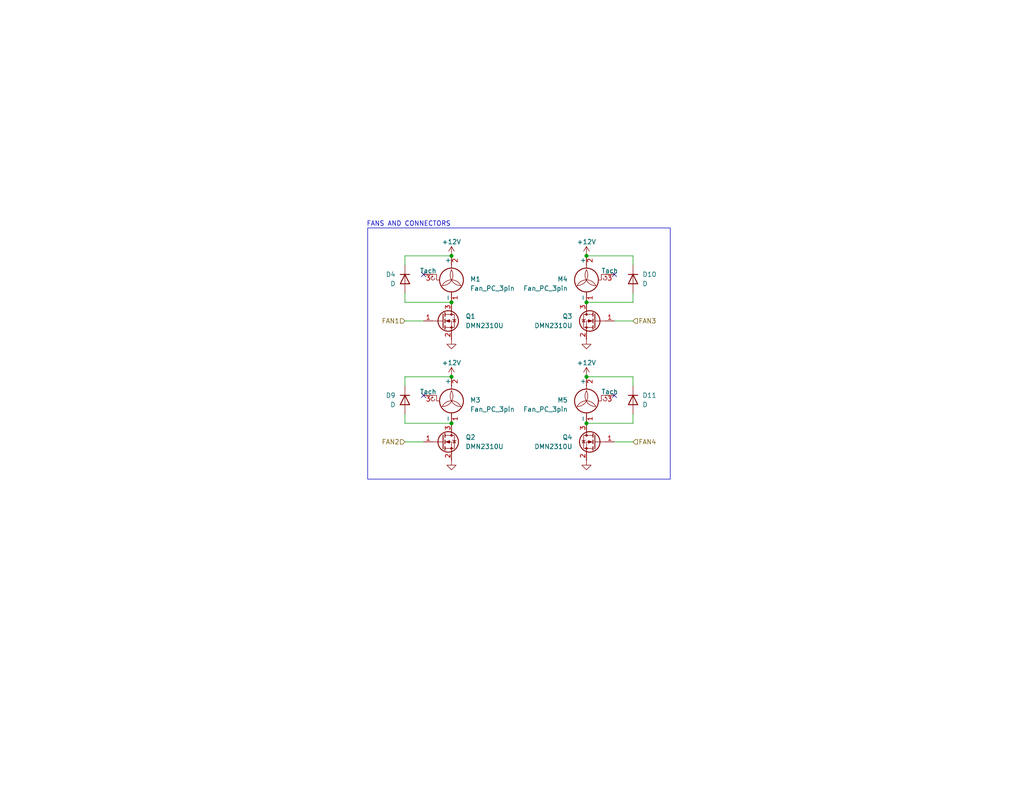
<source format=kicad_sch>
(kicad_sch (version 20231120) (generator "eeschema") (generator_version "8.0")
  (paper "USLetter")
  (title_block (title "AMP PCBv3") (date "2024-04-03") (rev "B") (company "Autonomous Motorsports Purdue"))
  (lib_symbols
    (symbol "AMP_Custom:Fan_PC_3pin" (pin_names (offset 0))
      (property "Reference" "M" (at 2.54 2.54 0))
      (property "Value" "Fan_PC_3pin" (at 2.54 -5.08 0))
      (symbol "Fan_PC_3pin_0_0"
        (arc (start -5.588 -1.016) (mid -5.08 -1.5218) (end -4.572 -1.016))
        (arc (start -5.08 -0.508) (mid -5.4392 -0.6568) (end -5.588 -1.016))
        (polyline (pts (xy -5.08 -0.508) (xy -5.334 -0.381)))
        (polyline (pts (xy -5.08 -0.508) (xy -5.207 -0.762)))
        (polyline (pts (xy -4.064 0) (xy -4.064 -1.524) (xy -3.302 -1.524)))
      )
      (symbol "Fan_PC_3pin_0_1"
        (arc (start -2.54 -3.048) (mid 0.0028 -1.6279) (end 0 1.27))
        (circle (center 0 -1.524) (radius 3.2512) (stroke (width 0.254)))
        (polyline (pts (xy -4.064 0) (xy -5.08 0)))
        (polyline (pts (xy 0 -7.62) (xy 0 -7.112)))
        (polyline (pts (xy 0 -4.7752) (xy 0 -5.1816)))
        (polyline (pts (xy 0 1.7272) (xy 0 2.0828)))
        (polyline (pts (xy 0 2.032) (xy 0 2.54)))
        (arc (start 0 1.27) (mid 0.053 -1.619) (end 2.54 -3.048))
        (arc (start 2.54 -3.048) (mid 0 -1.4782) (end -2.54 -3.048))
      )
      (symbol "Fan_PC_3pin_1_1"
        (pin passive line (at 0 -7.62 90) (length 2.54) (name "-") (number "1"))
        (pin passive line (at 0 5.08 270) (length 2.54) (name "+") (number "2"))
        (pin passive line (at -7.62 0 0) (length 2.54) (name "Tach") (number "3"))
      )
    )
    (symbol "Device:D" (pin_numbers hide) (pin_names (offset 1.016) hide)
      (property "Reference" "D" (at 0 2.54 0))
      (property "Value" "D" (at 0 -2.54 0))
      (symbol "D_0_1"
        (polyline (pts (xy -1.27 1.27) (xy -1.27 -1.27)) (stroke (width 0.254)))
        (polyline (pts (xy 1.27 0) (xy -1.27 0)))
        (polyline (pts (xy 1.27 1.27) (xy 1.27 -1.27) (xy -1.27 0) (xy 1.27 1.27)) (stroke (width 0.254)))
      )
      (symbol "D_1_1"
        (pin passive line (at -3.81 0 0) (length 2.54) (name "K") (number "1"))
        (pin passive line (at 3.81 0 180) (length 2.54) (name "A") (number "2"))
      )
    )
    (symbol "Fan_PC_3pin_1" (pin_names (offset 0))
      (property "Reference" "M" (at 2.54 2.54 0))
      (property "Value" "Fan_PC_3pin" (at 2.54 -5.08 0))
      (symbol "Fan_PC_3pin_1_0_0"
        (arc (start -5.588 -1.016) (mid -5.08 -1.5218) (end -4.572 -1.016))
        (arc (start -5.08 -0.508) (mid -5.4392 -0.6568) (end -5.588 -1.016))
        (polyline (pts (xy -5.08 -0.508) (xy -5.334 -0.381)))
        (polyline (pts (xy -5.08 -0.508) (xy -5.207 -0.762)))
        (polyline (pts (xy -4.064 0) (xy -4.064 -1.524) (xy -3.302 -1.524)))
      )
      (symbol "Fan_PC_3pin_1_0_1"
        (arc (start -2.54 -3.048) (mid 0.0028 -1.6279) (end 0 1.27))
        (circle (center 0 -1.524) (radius 3.2512) (stroke (width 0.254)))
        (polyline (pts (xy -4.064 0) (xy -5.08 0)))
        (polyline (pts (xy 0 -7.62) (xy 0 -7.112)))
        (polyline (pts (xy 0 -4.7752) (xy 0 -5.1816)))
        (polyline (pts (xy 0 1.7272) (xy 0 2.0828)))
        (polyline (pts (xy 0 2.032) (xy 0 2.54)))
        (arc (start 0 1.27) (mid 0.053 -1.619) (end 2.54 -3.048))
        (arc (start 2.54 -3.048) (mid 0 -1.4782) (end -2.54 -3.048))
      )
      (symbol "Fan_PC_3pin_1_1_1"
        (pin passive line (at 0 -7.62 90) (length 2.54) (name "-") (number "1"))
        (pin passive line (at 0 5.08 270) (length 2.54) (name "+") (number "2"))
        (pin passive line (at -7.62 0 0) (length 2.54) (name "Tach") (number "3"))
      )
    )
    (symbol "Fan_PC_3pin_2" (pin_names (offset 0))
      (property "Reference" "M" (at 2.54 2.54 0))
      (property "Value" "Fan_PC_3pin" (at 2.54 -5.08 0))
      (symbol "Fan_PC_3pin_2_0_0"
        (arc (start -5.588 -1.016) (mid -5.08 -1.5218) (end -4.572 -1.016))
        (arc (start -5.08 -0.508) (mid -5.4392 -0.6568) (end -5.588 -1.016))
        (polyline (pts (xy -5.08 -0.508) (xy -5.334 -0.381)))
        (polyline (pts (xy -5.08 -0.508) (xy -5.207 -0.762)))
        (polyline (pts (xy -4.064 0) (xy -4.064 -1.524) (xy -3.302 -1.524)))
      )
      (symbol "Fan_PC_3pin_2_0_1"
        (arc (start -2.54 -3.048) (mid 0.0028 -1.6279) (end 0 1.27))
        (circle (center 0 -1.524) (radius 3.2512) (stroke (width 0.254)))
        (polyline (pts (xy -4.064 0) (xy -5.08 0)))
        (polyline (pts (xy 0 -7.62) (xy 0 -7.112)))
        (polyline (pts (xy 0 -4.7752) (xy 0 -5.1816)))
        (polyline (pts (xy 0 1.7272) (xy 0 2.0828)))
        (polyline (pts (xy 0 2.032) (xy 0 2.54)))
        (arc (start 0 1.27) (mid 0.053 -1.619) (end 2.54 -3.048))
        (arc (start 2.54 -3.048) (mid 0 -1.4782) (end -2.54 -3.048))
      )
      (symbol "Fan_PC_3pin_2_1_1"
        (pin passive line (at 0 -7.62 90) (length 2.54) (name "-") (number "1"))
        (pin passive line (at 0 5.08 270) (length 2.54) (name "+") (number "2"))
        (pin passive line (at -7.62 0 0) (length 2.54) (name "Tach") (number "3"))
      )
    )
    (symbol "Fan_PC_3pin_3" (pin_names (offset 0))
      (property "Reference" "M" (at 2.54 2.54 0))
      (property "Value" "Fan_PC_3pin" (at 2.54 -5.08 0))
      (symbol "Fan_PC_3pin_3_0_0"
        (arc (start -5.588 -1.016) (mid -5.08 -1.5218) (end -4.572 -1.016))
        (arc (start -5.08 -0.508) (mid -5.4392 -0.6568) (end -5.588 -1.016))
        (polyline (pts (xy -5.08 -0.508) (xy -5.334 -0.381)))
        (polyline (pts (xy -5.08 -0.508) (xy -5.207 -0.762)))
        (polyline (pts (xy -4.064 0) (xy -4.064 -1.524) (xy -3.302 -1.524)))
      )
      (symbol "Fan_PC_3pin_3_0_1"
        (arc (start -2.54 -3.048) (mid 0.0028 -1.6279) (end 0 1.27))
        (circle (center 0 -1.524) (radius 3.2512) (stroke (width 0.254)))
        (polyline (pts (xy -4.064 0) (xy -5.08 0)))
        (polyline (pts (xy 0 -7.62) (xy 0 -7.112)))
        (polyline (pts (xy 0 -4.7752) (xy 0 -5.1816)))
        (polyline (pts (xy 0 1.7272) (xy 0 2.0828)))
        (polyline (pts (xy 0 2.032) (xy 0 2.54)))
        (arc (start 0 1.27) (mid 0.053 -1.619) (end 2.54 -3.048))
        (arc (start 2.54 -3.048) (mid 0 -1.4782) (end -2.54 -3.048))
      )
      (symbol "Fan_PC_3pin_3_1_1"
        (pin passive line (at 0 -7.62 90) (length 2.54) (name "-") (number "1"))
        (pin passive line (at 0 5.08 270) (length 2.54) (name "+") (number "2"))
        (pin passive line (at -7.62 0 0) (length 2.54) (name "Tach") (number "3"))
      )
    )
    (symbol "Transistor_FET:DMN2230U" (pin_names hide)
      (property "Reference" "Q" (at 5.08 1.905 0))
      (property "Value" "DMN2230U" (at 5.08 0 0))
      (symbol "DMN2230U_0_1"
        (polyline (pts (xy 0.254 0) (xy -2.54 0)))
        (polyline (pts (xy 0.254 1.905) (xy 0.254 -1.905)) (stroke (width 0.254)))
        (polyline (pts (xy 0.762 -1.27) (xy 0.762 -2.286)) (stroke (width 0.254)))
        (polyline (pts (xy 0.762 0.508) (xy 0.762 -0.508)) (stroke (width 0.254)))
        (polyline (pts (xy 0.762 2.286) (xy 0.762 1.27)) (stroke (width 0.254)))
        (polyline (pts (xy 2.54 2.54) (xy 2.54 1.778)))
        (polyline (pts (xy 2.54 -2.54) (xy 2.54 0) (xy 0.762 0)))
        (polyline (pts (xy 0.762 -1.778) (xy 3.302 -1.778) (xy 3.302 1.778) (xy 0.762 1.778)))
        (polyline (pts (xy 1.016 0) (xy 2.032 0.381) (xy 2.032 -0.381) (xy 1.016 0)) (fill (type outline)))
        (polyline (pts (xy 2.794 0.508) (xy 2.921 0.381) (xy 3.683 0.381) (xy 3.81 0.254)))
        (polyline (pts (xy 3.302 0.381) (xy 2.921 -0.254) (xy 3.683 -0.254) (xy 3.302 0.381)))
        (circle (center 1.651 0) (radius 2.794) (stroke (width 0.254)))
        (circle (center 2.54 -1.778) (radius 0.254) (fill (type outline)))
        (circle (center 2.54 1.778) (radius 0.254) (fill (type outline)))
      )
      (symbol "DMN2230U_1_1"
        (pin input line (at -5.08 0 0) (length 2.54) (name "G") (number "1"))
        (pin passive line (at 2.54 -5.08 90) (length 2.54) (name "S") (number "2"))
        (pin passive line (at 2.54 5.08 270) (length 2.54) (name "D") (number "3"))
      )
    )
    (symbol "power:+12V" (power) (pin_names (offset 0))
      (property "Value" "+12V" (at 0 3.556 0))
      (symbol "+12V_0_1"
        (polyline (pts (xy -0.762 1.27) (xy 0 2.54)))
        (polyline (pts (xy 0 0) (xy 0 2.54)))
        (polyline (pts (xy 0 2.54) (xy 0.762 1.27)))
      )
      (symbol "+12V_1_1"
        (pin power_in line (at 0 0 90) (length 0) hide (name "+12V") (number "1"))
      )
    )
    (symbol "power:GND" (power) (pin_names (offset 0))
      (property "Value" "GND" (at 0 -3.81 0))
      (symbol "GND_0_1"
        (polyline (pts (xy 0 0) (xy 0 -1.27) (xy 1.27 -1.27) (xy 0 -2.54) (xy -1.27 -1.27) (xy 0 -1.27)))
      )
      (symbol "GND_1_1"
        (pin power_in line (at 0 0 270) (length 0) hide (name "GND") (number "1"))
      )
    )
  )
  (junction (at 123.19 102.87))
  (junction (at 160.02 82.55))
  (junction (at 123.19 115.57))
  (junction (at 123.19 69.85))
  (junction (at 123.19 82.55))
  (junction (at 160.02 69.85))
  (junction (at 160.02 115.57))
  (junction (at 160.02 102.87))
  (no_connect (at 115.57 74.93))
  (no_connect (at 167.64 74.93))
  (no_connect (at 167.64 107.95))
  (no_connect (at 115.57 107.95))
  (wire (pts (xy 110.49 69.85) (xy 110.49 72.39)))
  (wire (pts (xy 160.02 115.57) (xy 172.72 115.57)))
  (wire (pts (xy 110.49 102.87) (xy 110.49 105.41)))
  (wire (pts (xy 123.19 115.57) (xy 110.49 115.57)))
  (wire (pts (xy 172.72 120.65) (xy 167.64 120.65)))
  (wire (pts (xy 123.19 69.85) (xy 110.49 69.85)))
  (wire (pts (xy 110.49 113.03) (xy 110.49 115.57)))
  (wire (pts (xy 160.02 102.87) (xy 172.72 102.87)))
  (wire (pts (xy 172.72 80.01) (xy 172.72 82.55)))
  (wire (pts (xy 172.72 113.03) (xy 172.72 115.57)))
  (wire (pts (xy 172.72 102.87) (xy 172.72 105.41)))
  (wire (pts (xy 172.72 69.85) (xy 172.72 72.39)))
  (wire (pts (xy 123.19 82.55) (xy 110.49 82.55)))
  (wire (pts (xy 160.02 69.85) (xy 172.72 69.85)))
  (wire (pts (xy 110.49 80.01) (xy 110.49 82.55)))
  (wire (pts (xy 123.19 102.87) (xy 110.49 102.87)))
  (wire (pts (xy 172.72 87.63) (xy 167.64 87.63)))
  (wire (pts (xy 160.02 82.55) (xy 172.72 82.55)))
  (wire (pts (xy 110.49 87.63) (xy 115.57 87.63)))
  (wire (pts (xy 110.49 120.65) (xy 115.57 120.65)))
  (rectangle (start 100.33 62.23) (end 182.88 130.81))
  (text "FANS AND CONNECTORS" (at 111.506 61.214 0) (effects (font (size 1.27 1.27))))
  (hierarchical_label "FAN1" (shape input) (at 110.49 87.63 180))
  (hierarchical_label "FAN2" (shape input) (at 110.49 120.65 180))
  (hierarchical_label "FAN3" (shape input) (at 172.72 87.63 0))
  (hierarchical_label "FAN4" (shape input) (at 172.72 120.65 0))
  (symbol (lib_id "Device:D") (at 110.49 76.2 270) (unit 1)
    (property "Reference" "D4" (at 107.95 74.93 90) (effects (justify right)))
    (property "Value" "D" (at 107.95 77.47 90) (effects (justify right)))
    (property "Footprint" "Diode_SMD:D_SOD-323F" (effects (hide yes)))
    (property "Sim.Device" "D" (effects (hide yes)))
    (property "Sim.Pins" "1=K 2=A" (effects (hide yes)))
    (property "JLC" "C2128" (effects (hide yes)))
  )
  (symbol (lib_name "Fan_PC_3pin_3") (lib_id "AMP_Custom:Fan_PC_3pin") (at 123.19 107.95 0) (unit 1) (in_bom no)
    (property "Reference" "M3" (at 128.27 109.22 0) (effects (justify left)))
    (property "Value" "Fan_PC_3pin" (at 128.27 111.76 0) (effects (justify left)))
    (property "Footprint" "Connector_Molex:Molex_KK-254_AE-6410-03A_1x03_P2.54mm_Vertical" (effects (hide yes)))
    (property "Datasheet" "https://landing.coolermaster.com/faq/3-pin-and-4-pin-fan-wire-diagrams/" (effects (hide yes)))
    (property "MPN" "0022272031" (effects (hide yes)))
  )
  (symbol (lib_id "power:GND") (at 160.02 92.71 0) (mirror y) (unit 1)
    (property "Reference" "#PWR073" (effects (hide yes)))
    (property "Value" "GND" (effects (hide yes)))
  )
  (symbol (lib_name "Fan_PC_3pin_2") (lib_id "AMP_Custom:Fan_PC_3pin") (at 160.02 74.93 0) (mirror y) (unit 1) (in_bom no)
    (property "Reference" "M4" (at 154.94 76.2 0) (effects (justify left)))
    (property "Value" "Fan_PC_3pin" (at 154.94 78.74 0) (effects (justify left)))
    (property "Footprint" "Connector_Molex:Molex_KK-254_AE-6410-03A_1x03_P2.54mm_Vertical" (effects (hide yes)))
    (property "Datasheet" "https://landing.coolermaster.com/faq/3-pin-and-4-pin-fan-wire-diagrams/" (effects (hide yes)))
    (property "MPN" "0022272031" (effects (hide yes)))
  )
  (symbol (lib_id "power:GND") (at 123.19 125.73 0) (unit 1)
    (property "Reference" "#PWR071" (effects (hide yes)))
    (property "Value" "GND" (effects (hide yes)))
  )
  (symbol (lib_id "power:+12V") (at 123.19 102.87 0) (unit 1)
    (property "Reference" "#PWR070" (effects (hide yes)))
    (property "Value" "+12V" (at 123.19 99.06 0))
  )
  (symbol (lib_id "power:+12V") (at 160.02 102.87 0) (mirror y) (unit 1)
    (property "Reference" "#PWR074" (effects (hide yes)))
    (property "Value" "+12V" (at 160.02 99.06 0))
  )
  (symbol (lib_id "Transistor_FET:DMN2230U") (at 120.65 87.63 0) (unit 1)
    (property "Reference" "Q1" (at 127 86.36 0) (effects (justify left)))
    (property "Value" "DMN2310U" (at 127 88.9 0) (effects (justify left)))
    (property "Footprint" "Package_TO_SOT_SMD:SOT-23" (effects (hide yes)))
    (property "Datasheet" "http://www.diodes.com/assets/Datasheets/ds31180.pdf" (effects (hide yes)))
    (property "JLC" "C20917" (effects (hide yes)))
  )
  (symbol (lib_id "Transistor_FET:DMN2230U") (at 162.56 120.65 0) (mirror y) (unit 1)
    (property "Reference" "Q4" (at 156.21 119.38 0) (effects (justify left)))
    (property "Value" "DMN2310U" (at 156.21 121.92 0) (effects (justify left)))
    (property "Footprint" "Package_TO_SOT_SMD:SOT-23" (effects (hide yes)))
    (property "Datasheet" "http://www.diodes.com/assets/Datasheets/ds31180.pdf" (effects (hide yes)))
    (property "JLC" "C20917" (effects (hide yes)))
  )
  (symbol (lib_id "Device:D") (at 172.72 76.2 270) (unit 1)
    (property "Reference" "D10" (at 175.26 74.93 90) (effects (justify left)))
    (property "Value" "D" (at 175.26 77.47 90) (effects (justify left)))
    (property "Footprint" "Diode_SMD:D_SOD-323F" (effects (hide yes)))
    (property "Sim.Device" "D" (effects (hide yes)))
    (property "Sim.Pins" "1=K 2=A" (effects (hide yes)))
    (property "JLC" "C2128" (effects (hide yes)))
  )
  (symbol (lib_id "power:+12V") (at 160.02 69.85 0) (mirror y) (unit 1)
    (property "Reference" "#PWR072" (effects (hide yes)))
    (property "Value" "+12V" (at 160.02 66.04 0))
  )
  (symbol (lib_id "Transistor_FET:DMN2230U") (at 162.56 87.63 0) (mirror y) (unit 1)
    (property "Reference" "Q3" (at 156.21 86.36 0) (effects (justify left)))
    (property "Value" "DMN2310U" (at 156.21 88.9 0) (effects (justify left)))
    (property "Footprint" "Package_TO_SOT_SMD:SOT-23" (effects (hide yes)))
    (property "Datasheet" "http://www.diodes.com/assets/Datasheets/ds31180.pdf" (effects (hide yes)))
    (property "JLC" "C20917" (effects (hide yes)))
  )
  (symbol (lib_id "Device:D") (at 110.49 109.22 90) (mirror x) (unit 1)
    (property "Reference" "D9" (at 107.95 107.95 90) (effects (justify left)))
    (property "Value" "D" (at 107.95 110.49 90) (effects (justify left)))
    (property "Footprint" "Diode_SMD:D_SOD-323F" (effects (hide yes)))
    (property "Sim.Device" "D" (effects (hide yes)))
    (property "Sim.Pins" "1=K 2=A" (effects (hide yes)))
    (property "JLC" "C2128" (effects (hide yes)))
  )
  (symbol (lib_id "power:GND") (at 160.02 125.73 0) (mirror y) (unit 1)
    (property "Reference" "#PWR075" (effects (hide yes)))
    (property "Value" "GND" (effects (hide yes)))
  )
  (symbol (lib_id "power:+12V") (at 123.19 69.85 0) (unit 1)
    (property "Reference" "#PWR065" (effects (hide yes)))
    (property "Value" "+12V" (at 123.19 66.04 0))
  )
  (symbol (lib_name "Fan_PC_3pin_1") (lib_id "AMP_Custom:Fan_PC_3pin") (at 123.19 74.93 0) (unit 1) (in_bom no)
    (property "Reference" "M1" (at 128.27 76.2 0) (effects (justify left)))
    (property "Value" "Fan_PC_3pin" (at 128.27 78.74 0) (effects (justify left)))
    (property "Footprint" "Connector_Molex:Molex_KK-254_AE-6410-03A_1x03_P2.54mm_Vertical" (effects (hide yes)))
    (property "Datasheet" "https://landing.coolermaster.com/faq/3-pin-and-4-pin-fan-wire-diagrams/" (effects (hide yes)))
    (property "MPN" "0022272031" (effects (hide yes)))
  )
  (symbol (lib_id "AMP_Custom:Fan_PC_3pin") (at 160.02 107.95 0) (mirror y) (unit 1) (in_bom no)
    (property "Reference" "M5" (at 154.94 109.22 0) (effects (justify left)))
    (property "Value" "Fan_PC_3pin" (at 154.94 111.76 0) (effects (justify left)))
    (property "Footprint" "Connector_Molex:Molex_KK-254_AE-6410-03A_1x03_P2.54mm_Vertical" (effects (hide yes)))
    (property "Datasheet" "https://landing.coolermaster.com/faq/3-pin-and-4-pin-fan-wire-diagrams/" (effects (hide yes)))
    (property "MPN" "0022272031" (effects (hide yes)))
  )
  (symbol (lib_id "Device:D") (at 172.72 109.22 270) (unit 1)
    (property "Reference" "D11" (at 175.26 107.95 90) (effects (justify left)))
    (property "Value" "D" (at 175.26 110.49 90) (effects (justify left)))
    (property "Footprint" "Diode_SMD:D_SOD-323F" (effects (hide yes)))
    (property "Sim.Device" "D" (effects (hide yes)))
    (property "Sim.Pins" "1=K 2=A" (effects (hide yes)))
    (property "JLC" "C2128" (effects (hide yes)))
  )
  (symbol (lib_id "power:GND") (at 123.19 92.71 0) (unit 1)
    (property "Reference" "#PWR069" (effects (hide yes)))
    (property "Value" "GND" (effects (hide yes)))
  )
  (symbol (lib_id "Transistor_FET:DMN2230U") (at 120.65 120.65 0) (unit 1)
    (property "Reference" "Q2" (at 127 119.38 0) (effects (justify left)))
    (property "Value" "DMN2310U" (at 127 121.92 0) (effects (justify left)))
    (property "Footprint" "Package_TO_SOT_SMD:SOT-23" (effects (hide yes)))
    (property "Datasheet" "http://www.diodes.com/assets/Datasheets/ds31180.pdf" (effects (hide yes)))
    (property "JLC" "C20917" (effects (hide yes)))
  )
)
</source>
